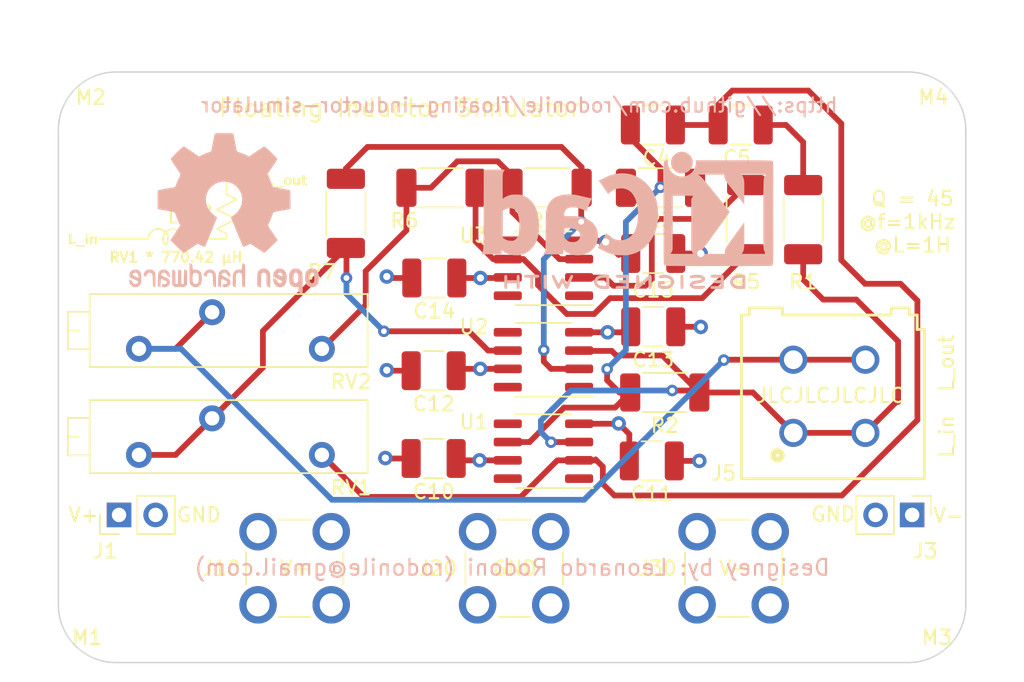
<source format=kicad_pcb>
(kicad_pcb (version 20211014) (generator pcbnew)
  (layers (0 "F.Cu" signal) (1 "In1.Cu" power "GND.Cu") (2 "In2.Cu" power "PWR.Cu") (31 "B.Cu" signal) (34 "B.Paste" user) (35 "F.Paste" user) (36 "B.SilkS" user "B.Silkscreen") (37 "F.SilkS" user "F.Silkscreen") (38 "B.Mask" user) (39 "F.Mask" user) (44 "Edge.Cuts" user))
  (net 0 "")
  (net 1 "+12V")
  (net 2 "GND")
  (net 3 "-12V")
  (net 4 "Net-(C4-Pad1)")
  (net 5 "Net-(C4-Pad2)")
  (net 6 "Net-(C5-Pad1)")
  (net 7 "/L_in")
  (net 8 "/L_out")
  (net 9 "Net-(R3-Pad2)")
  (net 10 "Net-(R4-Pad1)")
  (net 11 "Net-(R4-Pad2)")
  (net 12 "Net-(R5-Pad2)")
  (net 13 "Net-(R7-Pad1)")
  (footprint "Capacitor_SMD:C_1210_3225Metric_Pad1.33x2.70mm_HandSolder" (layer "F.Cu") (at 160.3 104.689)
    (fp_text reference "C13" (at 0 2.286) (layer "F.SilkS"))
    (fp_text value "100n")
    (pad "1" smd roundrect (at -1.5625 0) (size 1.325 2.7) (layers "F.Cu" "F.Paste" "F.Mask") (roundrect_rratio 0.1886792453) (net 3 "-12V"))
    (pad "2" smd roundrect (at 1.5625 0) (size 1.325 2.7) (layers "F.Cu" "F.Paste" "F.Mask") (roundrect_rratio 0.1886792453) (net 2 "GND"))
  )
  (footprint "Resistor_SMD:R_2010_5025Metric_Pad1.40x2.65mm_HandSolder" (layer "F.Cu") (at 170.7095 97.25 -90)
    (fp_text reference "R1" (at 4.318 0 180) (layer "F.SilkS"))
    (fp_text value "100")
    (pad "1" smd roundrect (at -2.4 0 270) (size 1.4 2.65) (layers "F.Cu" "F.Paste" "F.Mask") (roundrect_rratio 0.1785707143) (net 6 "Net-(C5-Pad1)"))
    (pad "2" smd roundrect (at 2.4 0 270) (size 1.4 2.65) (layers "F.Cu" "F.Paste" "F.Mask") (roundrect_rratio 0.1785707143) (net 7 "/L_in"))
  )
  (footprint "user_global_library:CalTest_CT3151_small" (layer "F.Cu") (at 148.1035 123.993 90)
    (fp_text reference "J20" (at 2.54 -2.7555 180) (layer "F.SilkS"))
    (fp_text value "Conn_01x01")
    (pad "1" thru_hole circle (at 5.08 5.08 90) (size 2.6 2.6) (drill 1.6) (layers *.Cu *.Mask) (net 2 "GND"))
    (pad "1" thru_hole circle (at 0 0 90) (size 2.6 2.6) (drill 1.6) (layers *.Cu *.Mask) (net 2 "GND"))
    (pad "1" thru_hole circle (at 5.08 0 90) (size 2.6 2.6) (drill 1.6) (layers *.Cu *.Mask) (net 2 "GND"))
    (pad "1" thru_hole circle (at 0 5.08 90) (size 2.6 2.6) (drill 1.6) (layers *.Cu *.Mask) (net 2 "GND"))
  )
  (footprint "MountingHole:MountingHole_3.5mm" (layer "F.Cu") (at 123 124)
    (fp_text reference "M1" (at -2 2.25) (layer "F.SilkS"))
    (fp_text value "MountingHole_3.5mm")
    (pad "" np_thru_hole circle (at 0 0) (size 3.5 3.5) (drill 3.5) (layers *.Cu *.Mask))
  )
  (footprint "user_global_library:Samtec_PinHeader_1x02" (layer "F.Cu") (at 178.275 117.75 -90)
    (fp_text reference "J3" (at 2.5 -0.9115) (layer "F.SilkS"))
    (fp_text value "Conn_01x02")
    (pad "1" thru_hole rect (at 0 0 270) (size 1.7 1.7) (drill 1) (layers *.Cu *.Mask) (net 3 "-12V"))
    (pad "2" thru_hole oval (at 0 2.54 270) (size 1.7 1.7) (drill 1) (layers *.Cu *.Mask) (net 2 "GND"))
  )
  (footprint "Capacitor_SMD:C_1210_3225Metric_Pad1.33x2.70mm_HandSolder" (layer "F.Cu") (at 160.2 114)
    (fp_text reference "C11" (at 0 2.286) (layer "F.SilkS"))
    (fp_text value "100n")
    (pad "1" smd roundrect (at -1.5625 0) (size 1.325 2.7) (layers "F.Cu" "F.Paste" "F.Mask") (roundrect_rratio 0.1886792453) (net 3 "-12V"))
    (pad "2" smd roundrect (at 1.5625 0) (size 1.325 2.7) (layers "F.Cu" "F.Paste" "F.Mask") (roundrect_rratio 0.1886792453) (net 2 "GND"))
  )
  (footprint "user_global_library:Samtec_PinHeader_1x02" (layer "F.Cu") (at 123.21 117.75 90)
    (fp_text reference "J1" (at -2.5 -0.96 180) (layer "F.SilkS"))
    (fp_text value "Conn_01x02")
    (pad "1" thru_hole rect (at 0 0 90) (size 1.7 1.7) (drill 1) (layers *.Cu *.Mask) (net 1 "+12V"))
    (pad "2" thru_hole oval (at 0 2.54 90) (size 1.7 1.7) (drill 1) (layers *.Cu *.Mask) (net 2 "GND"))
  )
  (footprint "Capacitor_SMD:C_1210_3225Metric_Pad1.33x2.70mm_HandSolder" (layer "F.Cu") (at 166.37 90.678 180)
    (fp_text reference "C5" (at 0.254 -2.286 180) (layer "F.SilkS"))
    (fp_text value "1n")
    (pad "1" smd roundrect (at -1.5625 0 180) (size 1.325 2.7) (layers "F.Cu" "F.Paste" "F.Mask") (roundrect_rratio 0.1886792453) (net 6 "Net-(C5-Pad1)"))
    (pad "2" smd roundrect (at 1.5625 0 180) (size 1.325 2.7) (layers "F.Cu" "F.Paste" "F.Mask") (roundrect_rratio 0.1886792453) (net 5 "Net-(C4-Pad2)"))
  )
  (footprint "Resistor_SMD:R_2010_5025Metric_Pad1.40x2.65mm_HandSolder" (layer "F.Cu") (at 138.9595 96.815 90)
    (fp_text reference "R7" (at -4.064 -1.6715 180) (layer "F.SilkS"))
    (fp_text value "360")
    (pad "1" smd roundrect (at -2.4 0 90) (size 1.4 2.65) (layers "F.Cu" "F.Paste" "F.Mask") (roundrect_rratio 0.1785707143) (net 13 "Net-(R7-Pad1)"))
    (pad "2" smd roundrect (at 2.4 0 90) (size 1.4 2.65) (layers "F.Cu" "F.Paste" "F.Mask") (roundrect_rratio 0.1785707143) (net 10 "Net-(R4-Pad1)"))
  )
  (footprint "graphics:r_parasitic" (layer "F.Cu") (at 174.6 98.8)
    (fp_text reference "REF**" hide)
    (fp_text value "r_parasitic" hide)
  )
  (footprint "Resistor_SMD:R_2010_5025Metric_Pad1.40x2.65mm_HandSolder" (layer "F.Cu") (at 160.8035 95.037 180)
    (fp_text reference "R3" (at 0 -2.28) (layer "F.SilkS"))
    (fp_text value "4.3k")
    (pad "1" smd roundrect (at -2.4 0 180) (size 1.4 2.65) (layers "F.Cu" "F.Paste" "F.Mask") (roundrect_rratio 0.1785707143) (net 4 "Net-(C4-Pad1)"))
    (pad "2" smd roundrect (at 2.4 0 180) (size 1.4 2.65) (layers "F.Cu" "F.Paste" "F.Mask") (roundrect_rratio 0.1785707143) (net 9 "Net-(R3-Pad2)"))
  )
  (footprint "Capacitor_SMD:C_1210_3225Metric_Pad1.33x2.70mm_HandSolder" (layer "F.Cu") (at 145.0555 107.737 180)
    (fp_text reference "C12" (at 0 -2.3) (layer "F.SilkS"))
    (fp_text value "100n")
    (pad "1" smd roundrect (at -1.5625 0 180) (size 1.325 2.7) (layers "F.Cu" "F.Paste" "F.Mask") (roundrect_rratio 0.1886792453) (net 1 "+12V"))
    (pad "2" smd roundrect (at 1.5625 0 180) (size 1.325 2.7) (layers "F.Cu" "F.Paste" "F.Mask") (roundrect_rratio 0.1886792453) (net 2 "GND"))
  )
  (footprint "graphics:floating_ind_diagram17x7-2" (layer "F.Cu") (at 128 97.2)
    (fp_text reference "G***" hide)
    (fp_text value "LOGO" hide)
    (fp_text user "RV2" (at 4.8 -0.53 unlocked) (layer "F.SilkS") (effects (font (size 0.7 0.7))))
    (fp_text user "RV1 * 770.42 µH" (at -0.83 2.66 unlocked) (layer "F.SilkS") (effects (font (size 0.7 0.7))))
    (fp_text user "R" (at 1.31 -0.55) (layer "F.SilkS") (effects (font (size 0.7 0.7))))
    (fp_text user "L" (at -1.07 -0.06 unlocked) (layer "F.SilkS") (effects (font (size 0.7 0.7))))
  )
  (footprint "MountingHole:MountingHole_3.5mm" (layer "F.Cu") (at 123 91)
    (fp_text reference "M2" (at -1.75 -2.25) (layer "F.SilkS"))
    (fp_text value "MountingHole_3.5mm")
    (pad "" np_thru_hole circle (at 0 0) (size 3.5 3.5) (drill 3.5) (layers *.Cu *.Mask))
  )
  (footprint "Capacitor_SMD:C_1210_3225Metric_Pad1.33x2.70mm_HandSolder" (layer "F.Cu") (at 160.274 90.678)
    (fp_text reference "C4" (at 0.254 2.286 180) (layer "F.SilkS"))
    (fp_text value "15n")
    (pad "1" smd roundrect (at -1.5625 0) (size 1.325 2.7) (layers "F.Cu" "F.Paste" "F.Mask") (roundrect_rratio 0.1886792453) (net 4 "Net-(C4-Pad1)"))
    (pad "2" smd roundrect (at 1.5625 0) (size 1.325 2.7) (layers "F.Cu" "F.Paste" "F.Mask") (roundrect_rratio 0.1886792453) (net 5 "Net-(C4-Pad2)"))
  )
  (footprint "MountingHole:MountingHole_3.5mm" (layer "F.Cu") (at 178 91)
    (fp_text reference "M4" (at 1.75 -2.25) (layer "F.SilkS"))
    (fp_text value "MountingHole_3.5mm")
    (pad "" np_thru_hole circle (at 0 0) (size 3.5 3.5) (drill 3.5) (layers *.Cu *.Mask))
  )
  (footprint "MountingHole:MountingHole_3.5mm" (layer "F.Cu") (at 178 124)
    (fp_text reference "M3" (at 2 2.25) (layer "F.SilkS"))
    (fp_text value "MountingHole_3.5mm")
    (pad "" np_thru_hole circle (at 0 0) (size 3.5 3.5) (drill 3.5) (layers *.Cu *.Mask))
  )
  (footprint "Potentiometer_THT:Potentiometer_Bourns_3006P_Horizontal" (layer "F.Cu") (at 137.2945 113.584)
    (fp_text reference "RV1" (at 2.032 2.281) (layer "F.SilkS"))
    (fp_text value "R_Potentiometer_Trim")
    (pad "1" thru_hole circle (at 0 0) (size 1.8 1.8) (drill 1) (layers *.Cu *.Mask) (net 5 "Net-(C4-Pad2)"))
    (pad "2" thru_hole circle (at -7.62 -2.54) (size 1.8 1.8) (drill 1) (layers *.Cu *.Mask) (net 13 "Net-(R7-Pad1)"))
    (pad "3" thru_hole circle (at -12.7 0) (size 1.8 1.8) (drill 1) (layers *.Cu *.Mask) (net 13 "Net-(R7-Pad1)"))
  )
  (footprint "Resistor_SMD:R_2010_5025Metric_Pad1.40x2.65mm_HandSolder" (layer "F.Cu") (at 161.1 109.25)
    (fp_text reference "R2" (at 0 2.286) (layer "F.SilkS"))
    (fp_text value "4.3k")
    (pad "1" smd roundrect (at -2.4 0) (size 1.4 2.65) (layers "F.Cu" "F.Paste" "F.Mask") (roundrect_rratio 0.1785707143) (net 4 "Net-(C4-Pad1)"))
    (pad "2" smd roundrect (at 2.4 0) (size 1.4 2.65) (layers "F.Cu" "F.Paste" "F.Mask") (roundrect_rratio 0.1785707143) (net 7 "/L_in"))
  )
  (footprint "Potentiometer_THT:Potentiometer_Bourns_3006P_Horizontal" (layer "F.Cu") (at 137.2945 106.218)
    (fp_text reference "RV2" (at 2.032 2.286) (layer "F.SilkS"))
    (fp_text value "R_Potentiometer_Trim")
    (pad "1" thru_hole circle (at 0 0) (size 1.8 1.8) (drill 1) (layers *.Cu *.Mask) (net 11 "Net-(R4-Pad2)"))
    (pad "2" thru_hole circle (at -7.62 -2.54) (size 1.8 1.8) (drill 1) (layers *.Cu *.Mask) (net 8 "/L_out"))
    (pad "3" thru_hole circle (at -12.7 0) (size 1.8 1.8) (drill 1) (layers *.Cu *.Mask) (net 8 "/L_out"))
  )
  (footprint "Capacitor_SMD:C_1210_3225Metric_Pad1.33x2.70mm_HandSolder" (layer "F.Cu") (at 145.1 101.3 180)
    (fp_text reference "C14" (at 0 -2.3) (layer "F.SilkS"))
    (fp_text value "100n")
    (pad "1" smd roundrect (at -1.5625 0 180) (size 1.325 2.7) (layers "F.Cu" "F.Paste" "F.Mask") (roundrect_rratio 0.1886792453) (net 1 "+12V"))
    (pad "2" smd roundrect (at 1.5625 0 180) (size 1.325 2.7) (layers "F.Cu" "F.Paste" "F.Mask") (roundrect_rratio 0.1886792453) (net 2 "GND"))
  )
  (footprint "Package_SO:SOIC-8_3.9x4.9mm_P1.27mm" (layer "F.Cu") (at 152.6755 100.625 180)
    (fp_text reference "U3" (at 4.826 2.286) (layer "F.SilkS"))
    (fp_text value "ADA4627")
    (pad "1" smd roundrect (at -2.475 -1.905 180) (size 1.95 0.6) (layers "F.Cu" "F.Paste" "F.Mask"))
    (pad "2" smd roundrect (at -2.475 -0.635 180) (size 1.95 0.6) (layers "F.Cu" "F.Paste" "F.Mask") (net 9 "Net-(R3-Pad2)"))
    (pad "3" smd roundrect (at -2.475 0.635 180) (size 1.95 0.6) (layers "F.Cu" "F.Paste" "F.Mask") (net 11 "Net-(R4-Pad2)"))
    (pad "4" smd roundrect (at -2.475 1.905 180) (size 1.95 0.6) (layers "F.Cu" "F.Paste" "F.Mask") (net 3 "-12V"))
    (pad "5" smd roundrect (at 2.475 1.905 180) (size 1.95 0.6) (layers "F.Cu" "F.Paste" "F.Mask"))
    (pad "6" smd roundrect (at 2.475 0.635 180) (size 1.95 0.6) (layers "F.Cu" "F.Paste" "F.Mask") (net 12 "Net-(R5-Pad2)"))
    (pad "7" smd roundrect (at 2.475 -0.635 180) (size 1.95 0.6) (layers "F.Cu" "F.Paste" "F.Mask") (net 1 "+12V"))
    (pad "8" smd roundrect (at 2.475 -1.905 180) (size 1.95 0.6) (layers "F.Cu" "F.Paste" "F.Mask"))
  )
  (footprint "Resistor_SMD:R_2010_5025Metric_Pad1.40x2.65mm_HandSolder" (layer "F.Cu") (at 145.5635 95.037 180)
    (fp_text reference "R6" (at 2.54 -2.286) (layer "F.SilkS"))
    (fp_text value "1k")
    (pad "1" smd roundrect (at -2.4 0 180) (size 1.4 2.65) (layers "F.Cu" "F.Paste" "F.Mask") (roundrect_rratio 0.1785707143) (net 12 "Net-(R5-Pad2)"))
    (pad "2" smd roundrect (at 2.4 0 180) (size 1.4 2.65) (layers "F.Cu" "F.Paste" "F.Mask") (roundrect_rratio 0.1785707143) (net 11 "Net-(R4-Pad2)"))
  )
  (footprint "Resistor_SMD:R_2010_5025Metric_Pad1.40x2.65mm_HandSolder" (layer "F.Cu") (at 152.9295 95.037 180)
    (fp_text reference "R4" (at 0.254 -2.286) (layer "F.SilkS"))
    (fp_text value "4.3k")
    (pad "1" smd roundrect (at -2.4 0 180) (size 1.4 2.65) (layers "F.Cu" "F.Paste" "F.Mask") (roundrect_rratio 0.1785707143) (net 10 "Net-(R4-Pad1)"))
    (pad "2" smd roundrect (at 2.4 0 180) (size 1.4 2.65) (layers "F.Cu" "F.Paste" "F.Mask") (roundrect_rratio 0.1785707143) (net 11 "Net-(R4-Pad2)"))
  )
  (footprint "Package_SO:SOIC-8_3.9x4.9mm_P1.27mm" (layer "F.Cu") (at 152.6755 106.975 180)
    (fp_text reference "U2" (at 4.826 2.286) (layer "F.SilkS"))
    (fp_text value "ADA4627")
    (pad "1" smd roundrect (at -2.475 -1.905 180) (size 1.95 0.6) (layers "F.Cu" "F.Paste" "F.Mask"))
    (pad "2" smd roundrect (at -2.475 -0.635 180) (size 1.95 0.6) (layers "F.Cu" "F.Paste" "F.Mask") (net 10 "Net-(R4-Pad1)"))
    (pad "3" smd roundrect (at -2.475 0.635 180) (size 1.95 0.6) (layers "F.Cu" "F.Paste" "F.Mask") (net 7 "/L_in"))
    (pad "4" smd roundrect (at -2.475 1.905 180) (size 1.95 0.6) (layers "F.Cu" "F.Paste" "F.Mask") (net 3 "-12V"))
    (pad "5" smd roundrect (at 2.475 1.905 180) (size 1.95 0.6) (layers "F.Cu" "F.Paste" "F.Mask"))
    (pad "6" smd roundrect (at 2.475 0.635 180) (size 1.95 0.6) (layers "F.Cu" "F.Paste" "F.Mask") (net 13 "Net-(R7-Pad1)"))
    (pad "7" smd roundrect (at 2.475 -0.635 180) (size 1.95 0.6) (layers "F.Cu" "F.Paste" "F.Mask") (net 1 "+12V"))
    (pad "8" smd roundrect (at 2.475 -1.905 180) (size 1.95 0.6) (layers "F.Cu" "F.Paste" "F.Mask"))
  )
  (footprint "graphics:r_parasitic" (layer "F.Cu") (at 174.7 98.3)
    (fp_text reference "REF**" hide)
    (fp_text value "r_parasitic" hide)
  )
  (footprint "Package_SO:SOIC-8_3.9x4.9mm_P1.27mm" (layer "F.Cu") (at 152.6755 113.325 180)
    (fp_text reference "U1" (at 4.826 2.032) (layer "F.SilkS"))
    (fp_text value "ADA4627")
    (pad "1" smd roundrect (at -2.475 -1.905 180) (size 1.95 0.6) (layers "F.Cu" "F.Paste" "F.Mask"))
    (pad "2" smd roundrect (at -2.475 -0.635 180) (size 1.95 0.6) (layers "F.Cu" "F.Paste" "F.Mask") (net 5 "Net-(C4-Pad2)"))
    (pad "3" smd roundrect (at -2.475 0.635 180) (size 1.95 0.6) (layers "F.Cu" "F.Paste" "F.Mask") (net 7 "/L_in"))
    (pad "4" smd roundrect (at -2.475 1.905 180) (size 1.95 0.6) (layers "F.Cu" "F.Paste" "F.Mask") (net 3 "-12V"))
    (pad "5" smd roundrect (at 2.475 1.905 180) (size 1.95 0.6) (layers "F.Cu" "F.Paste" "F.Mask"))
    (pad "6" smd roundrect (at 2.475 0.635 180) (size 1.95 0.6) (layers "F.Cu" "F.Paste" "F.Mask") (net 4 "Net-(C4-Pad1)"))
    (pad "7" smd roundrect (at 2.475 -0.635 180) (size 1.95 0.6) (layers "F.Cu" "F.Paste" "F.Mask") (net 1 "+12V"))
    (pad "8" smd roundrect (at 2.475 -1.905 180) (size 1.95 0.6) (layers "F.Cu" "F.Paste" "F.Mask"))
  )
  (footprint "Capacitor_SMD:C_1210_3225Metric_Pad1.33x2.70mm_HandSolder" (layer "F.Cu") (at 145.0555 113.833 180)
    (fp_text reference "C10" (at 0 -2.3) (layer "F.SilkS"))
    (fp_text value "100n")
    (pad "1" smd roundrect (at -1.5625 0 180) (size 1.325 2.7) (layers "F.Cu" "F.Paste" "F.Mask") (roundrect_rratio 0.1886792453) (net 1 "+12V"))
    (pad "2" smd roundrect (at 1.5625 0 180) (size 1.325 2.7) (layers "F.Cu" "F.Paste" "F.Mask") (roundrect_rratio 0.1886792453) (net 2 "GND"))
  )
  (footprint "user_global_library:CalTest_CT3151_small" (layer "F.Cu") (at 163.3435 123.993 90)
    (fp_text reference "J30" (at 2.54 -2.7555 180) (layer "F.SilkS"))
    (fp_text value "Conn_01x01")
    (pad "1" thru_hole circle (at 0 5.08 90) (size 2.6 2.6) (drill 1.6) (layers *.Cu *.Mask) (net 3 "-12V"))
    (pad "1" thru_hole circle (at 5.08 5.08 90) (size 2.6 2.6) (drill 1.6) (layers *.Cu *.Mask) (net 3 "-12V"))
    (pad "1" thru_hole circle (at 0 0 90) (size 2.6 2.6) (drill 1.6) (layers *.Cu *.Mask) (net 3 "-12V"))
    (pad "1" thru_hole circle (at 5.08 0 90) (size 2.6 2.6) (drill 1.6) (layers *.Cu *.Mask) (net 3 "-12V"))
  )
  (footprint "Capacitor_SMD:C_1210_3225Metric_Pad1.33x2.70mm_HandSolder" (layer "F.Cu") (at 160.3 99.6)
    (fp_text reference "C15" (at 0 2.54) (layer "F.SilkS"))
    (fp_text value "100n")
    (pad "1" smd roundrect (at -1.5625 0) (size 1.325 2.7) (layers "F.Cu" "F.Paste" "F.Mask") (roundrect_rratio 0.1886792453) (net 3 "-12V"))
    (pad "2" smd roundrect (at 1.5625 0) (size 1.325 2.7) (layers "F.Cu" "F.Paste" "F.Mask") (roundrect_rratio 0.1886792453) (net 2 "GND"))
  )
  (footprint "wurth_691411510002:691411510002" (layer "F.Cu") (at 172.526 109.515 90)
    (property "VALUE" "691411510002")
    (fp_text reference "J5" (at -5.334 -7.3275 180) (layer "F.SilkS"))
    (fp_text value "691411510002")
    (pad "1" thru_hole circle (at -2.54 -2.5 90) (size 1.95 1.95) (drill 1.3) (layers *.Cu *.Mask) (net 7 "/L_in"))
    (pad "2" thru_hole circle (at 2.54 -2.5 90) (size 1.95 1.95) (drill 1.3) (layers *.Cu *.Mask) (net 8 "/L_out"))
    (pad "A1" thru_hole circle (at -2.54 2.5 90) (size 1.95 1.95) (drill 1.3) (layers *.Cu *.Mask) (net 7 "/L_in"))
    (pad "A2" thru_hole circle (at 2.54 2.5 90) (size 1.95 1.95) (drill 1.3) (layers *.Cu *.Mask) (net 8 "/L_out"))
  )
  (footprint "user_global_library:CalTest_CT3151_small" (layer "F.Cu") (at 132.8635 123.993 90)
    (fp_text reference "J10" (at 2.54 -2.54 180) (layer "F.SilkS"))
    (fp_text value "Conn_01x01")
    (pad "1" thru_hole circle (at 0 0 90) (size 2.6 2.6) (drill 1.6) (layers *.Cu *.Mask) (net 1 "+12V"))
    (pad "1" thru_hole circle (at 0 5.08 90) (size 2.6 2.6) (drill 1.6) (layers *.Cu *.Mask) (net 1 "+12V"))
    (pad "1" thru_hole circle (at 5.08 5.08 90) (size 2.6 2.6) (drill 1.6) (layers *.Cu *.Mask) (net 1 "+12V"))
    (pad "1" thru_hole circle (at 5.08 0 90) (size 2.6 2.6) (drill 1.6) (layers *.Cu *.Mask) (net 1 "+12V"))
  )
  (footprint "Resistor_SMD:R_2010_5025Metric_Pad1.40x2.65mm_HandSolder" (layer "F.Cu") (at 166.75 97.25 -90)
    (fp_text reference "R5" (at 4.318 0 180) (layer "F.SilkS"))
    (fp_text value "1k")
    (pad "1" smd roundrect (at -2.4 0 270) (size 1.4 2.65) (layers "F.Cu" "F.Paste" "F.Mask") (roundrect_rratio 0.1785707143) (net 9 "Net-(R3-Pad2)"))
    (pad "2" smd roundrect (at 2.4 0 270) (size 1.4 2.65) (layers "F.Cu" "F.Paste" "F.Mask") (roundrect_rratio 0.1785707143) (net 12 "Net-(R5-Pad2)"))
  )
  (footprint "Symbol:KiCad-Logo2_8mm_SilkScreen" (layer "B.Cu") (at 158.509893 96.476424 180)
    (fp_text reference "REF**" hide)
    (fp_text value "KiCad-Logo2_8mm_SilkScreen" hide)
  )
  (footprint "Symbol:OSHW-Logo2_14.6x12mm_SilkScreen" (layer "B.Cu") (at 130.5 96.8 180)
    (fp_text reference "REF**" hide)
    (fp_text value "OSHW-Logo2_14.6x12mm_SilkScreen" hide)
  )
  (gr_arc (start 123 128) (mid 120.171573 126.828427) (end 119 124) (layer "Edge.Cuts") (width 0.1))
  (gr_line (start 123 87) (end 178 87) (layer "Edge.Cuts") (width 0.1))
  (gr_arc (start 178 87) (mid 180.828427 88.171573) (end 182 91) (layer "Edge.Cuts") (width 0.1))
  (gr_line (start 178 128) (end 123 128) (layer "Edge.Cuts") (width 0.1))
  (gr_line (start 119 124) (end 119 91) (layer "Edge.Cuts") (width 0.1))
  (gr_arc (start 119 91) (mid 120.171573 88.171573) (end 123 87) (layer "Edge.Cuts") (width 0.1))
  (gr_arc (start 182 124) (mid 180.828427 126.828427) (end 178 128) (layer "Edge.Cuts") (width 0.1))
  (gr_line (start 182 91) (end 182 124) (layer "Edge.Cuts") (width 0.1))
  (gr_text "Designey by: Leonardo Rodoni (rodonile@gmail.com)" (at 150.5 121.4) (layer "B.SilkS") (effects (font (size 1.1 1.1)) (justify mirror)))
  (gr_text "https://github.com/rodonile/floating-inductor-simulator" (at 151 89.3) (layer "B.SilkS") (effects (font (size 1 1)) (justify mirror)))
  (gr_text "JLCJLCJLCJLC" (at 172.594 109.458) (layer "F.SilkS") (effects (font (size 1 1))))
  (gr_text "GND" (at 128.75 117.75) (layer "F.SilkS") (effects (font (size 1 1))))
  (gr_text "L_out" (at 180.654 107.229 90) (layer "F.SilkS") (effects (font (size 1 1))))
  (gr_text "L_in" (at 180.654 112.309 90) (layer "F.SilkS") (effects (font (size 1 1))))
  (gr_text "GND" (at 172.8 117.7) (layer "F.SilkS") (effects (font (size 1 1))))
  (gr_text "Q = 45\n@f=1kHz \n@L=1H\n" (at 178.3 97.4) (layer "F.SilkS") (effects (font (size 1 1))))
  (gr_text "V+" (at 135.442 121.453) (layer "F.SilkS") (effects (font (size 1 1))))
  (gr_text "V-\n" (at 165.922 121.453) (layer "F.SilkS") (effects (font (size 1 1))))
  (gr_text "V+" (at 120.75 117.75) (layer "F.SilkS") (effects (font (size 1 1))))
  (gr_text "Floating Inductor Simulator" (at 142.7 89.5) (layer "F.SilkS") (effects (font (size 1.2 1.2))))
  (gr_text "V-\n" (at 180.8 117.8) (layer "F.SilkS") (effects (font (size 1 1))))
  (gr_text "GND" (at 150.682 121.453) (layer "F.SilkS") (effects (font (size 1 1))))
  (segment (start 146.745 113.96) (end 146.618 113.833) (width 0.3) (layer "F.Cu") (net 1))
  (segment (start 148.24 113.96) (end 146.745 113.96) (width 0.4) (layer "F.Cu") (net 1))
  (segment (start 148.29 107.61) (end 146.745 107.61) (width 0.4) (layer "F.Cu") (net 1))
  (segment (start 150.2005 113.96) (end 148.24 113.96) (width 0.4) (layer "F.Cu") (net 1))
  (segment (start 150.2005 107.61) (end 148.29 107.61) (width 0.4) (layer "F.Cu") (net 1))
  (segment (start 148.3 101.3) (end 150.1605 101.3) (width 0.4) (layer "F.Cu") (net 1))
  (segment (start 146.745 107.61) (end 146.618 107.737) (width 0.3) (layer "F.Cu") (net 1))
  (segment (start 146.6625 101.3) (end 148.3 101.3) (width 0.4) (layer "F.Cu") (net 1))
  (segment (start 150.1605 101.3) (end 150.2005 101.26) (width 0.3) (layer "F.Cu") (net 1))
  (via (at 148.24 113.96) (size 1) (drill 0.5) (layers "F.Cu" "B.Cu") (net 1))
  (via (at 148.3 101.3) (size 1) (drill 0.5) (layers "F.Cu" "B.Cu") (net 1))
  (via (at 148.29 107.61) (size 1) (drill 0.5) (layers "F.Cu" "B.Cu") (net 1))
  (segment (start 141.837 107.737) (end 141.8 107.7) (width 0.3) (layer "F.Cu") (net 2))
  (segment (start 143.493 113.833) (end 141.733 113.833) (width 0.4) (layer "F.Cu") (net 2))
  (segment (start 141.9 101.3) (end 141.8 101.2) (width 0.3) (layer "F.Cu") (net 2))
  (segment (start 143.5375 101.3) (end 141.9 101.3) (width 0.4) (layer "F.Cu") (net 2))
  (segment (start 143.493 107.737) (end 141.837 107.737) (width 0.4) (layer "F.Cu") (net 2))
  (segment (start 161.7625 114) (end 163.5 114) (width 0.4) (layer "F.Cu") (net 2))
  (segment (start 163.589 104.689) (end 163.6 104.7) (width 0.3) (layer "F.Cu") (net 2))
  (segment (start 141.733 113.833) (end 141.7 113.8) (width 0.3) (layer "F.Cu") (net 2))
  (segment (start 161.8625 99.6) (end 163.6 99.6) (width 0.4) (layer "F.Cu") (net 2))
  (segment (start 161.8625 104.689) (end 163.589 104.689) (width 0.4) (layer "F.Cu") (net 2))
  (via (at 163.6 99.6) (size 1) (drill 0.5) (layers "F.Cu" "B.Cu") (net 2))
  (via (at 163.5 114) (size 1) (drill 0.5) (layers "F.Cu" "B.Cu") (net 2))
  (via (at 141.8 107.7) (size 1) (drill 0.5) (layers "F.Cu" "B.Cu") (net 2))
  (via (at 163.6 104.7) (size 1) (drill 0.5) (layers "F.Cu" "B.Cu") (net 2))
  (via (at 141.8 101.2) (size 1) (drill 0.5) (layers "F.Cu" "B.Cu") (net 2))
  (via (at 141.7 113.8) (size 1) (drill 0.5) (layers "F.Cu" "B.Cu") (net 2))
  (segment (start 157.9 111.4) (end 157.88 111.42) (width 0.4) (layer "F.Cu") (net 3))
  (segment (start 155.1505 105.07) (end 157.13 105.07) (width 0.4) (layer "F.Cu") (net 3))
  (segment (start 157.13 105.07) (end 158.0565 105.07) (width 0.4) (layer "F.Cu") (net 3))
  (segment (start 157.9 111.4) (end 158.6375 112.1375) (width 0.4) (layer "F.Cu") (net 3))
  (segment (start 156.92 98.72) (end 157 98.8) (width 0.3) (layer "F.Cu") (net 3))
  (segment (start 158.0565 105.07) (end 158.4375 104.689) (width 0.3) (layer "F.Cu") (net 3))
  (segment (start 155.1505 98.72) (end 156.92 98.72) (width 0.4) (layer "F.Cu") (net 3))
  (segment (start 157 98.8) (end 157.9 99.7) (width 0.4) (layer "F.Cu") (net 3))
  (segment (start 157.9 99.7) (end 158.6375 99.7) (width 0.3) (layer "F.Cu") (net 3))
  (segment (start 158.6375 112.1375) (end 158.6375 114) (width 0.4) (layer "F.Cu") (net 3))
  (segment (start 158.6375 99.7) (end 158.7375 99.6) (width 0.3) (layer "F.Cu") (net 3))
  (segment (start 157.88 111.42) (end 155.1505 111.42) (width 0.4) (layer "F.Cu") (net 3))
  (via (at 157 98.8) (size 1) (drill 0.5) (layers "F.Cu" "B.Cu") (net 3))
  (via (at 157.13 105.07) (size 1) (drill 0.5) (layers "F.Cu" "B.Cu") (net 3))
  (via (at 157.9 111.4) (size 1) (drill 0.5) (layers "F.Cu" "B.Cu") (net 3))
  (segment (start 151.71 112.69) (end 154.1 110.3) (width 0.4) (layer "F.Cu") (net 4))
  (segment (start 157.09754 108.39754) (end 157.95 109.25) (width 0.4) (layer "F.Cu") (net 4))
  (segment (start 154.1 110.3) (end 157.65 110.3) (width 0.4) (layer "F.Cu") (net 4))
  (segment (start 150.2005 112.69) (end 151.71 112.69) (width 0.4) (layer "F.Cu") (net 4))
  (segment (start 163.2035 95.037) (end 160.837 95.037) (width 0.4) (layer "F.Cu") (net 4))
  (segment (start 157.09754 107.617219) (end 157.09754 108.39754) (width 0.4) (layer "F.Cu") (net 4))
  (segment (start 157.95 109.25) (end 158.7 109.25) (width 0.4) (layer "F.Cu") (net 4))
  (segment (start 158.7115 91.5793) (end 160.8 93.6678) (width 0.4) (layer "F.Cu") (net 4))
  (segment (start 158.7115 90.678) (end 158.7115 91.5793) (width 0.4) (layer "F.Cu") (net 4))
  (segment (start 157.65 110.3) (end 158.7 109.25) (width 0.4) (layer "F.Cu") (net 4))
  (segment (start 160.837 95.037) (end 160.8 95) (width 0.4) (layer "F.Cu") (net 4))
  (segment (start 160.8 93.6678) (end 160.8 95) (width 0.4) (layer "F.Cu") (net 4))
  (via (at 160.8 95) (size 0.8) (drill 0.4) (layers "F.Cu" "B.Cu") (net 4))
  (via (at 157.09754 107.617219) (size 0.8) (drill 0.4) (layers "F.Cu" "B.Cu") (net 4))
  (segment (start 158.4 106.3) (end 157.09754 107.60246) (width 0.4) (layer "B.Cu") (net 4))
  (segment (start 160.8 95) (end 158.4 97.4) (width 0.4) (layer "B.Cu") (net 4))
  (segment (start 158.4 97.4) (end 158.4 106.3) (width 0.4) (layer "B.Cu") (net 4))
  (segment (start 157.09754 107.60246) (end 157.09754 107.617219) (width 0.4) (layer "B.Cu") (net 4))
  (segment (start 137.2945 113.584) (end 140.2105 116.5) (width 0.4) (layer "F.Cu") (net 5))
  (segment (start 177.4698 101.7016) (end 178.6382 102.87) (width 0.4) (layer "F.Cu") (net 5))
  (segment (start 153.64 113.96) (end 155.1505 113.96) (width 0.4) (layer "F.Cu") (net 5))
  (segment (start 156.8 115.6) (end 156.8 114.4) (width 0.4) (layer "F.Cu") (net 5))
  (segment (start 156.24 113.96) (end 155.1505 113.96) (width 0.4) (layer "F.Cu") (net 5))
  (segment (start 156.3 113.9) (end 156.24 113.96) (width 0.4) (layer "F.Cu") (net 5))
  (segment (start 165.7858 88.2904) (end 171.069 88.2904) (width 0.4) (layer "F.Cu") (net 5))
  (segment (start 164.8075 90.678) (end 164.8075 89.2687) (width 0.4) (layer "F.Cu") (net 5))
  (segment (start 157.6 116.4) (end 156.8 115.6) (width 0.4) (layer "F.Cu") (net 5))
  (segment (start 171.069 88.2904) (end 173.355 90.5764) (width 0.4) (layer "F.Cu") (net 5))
  (segment (start 173.355 90.5764) (end 173.355 100.0506) (width 0.4) (layer "F.Cu") (net 5))
  (segment (start 178.6382 111.1618) (end 173.4 116.4) (width 0.4) (layer "F.Cu") (net 5))
  (segment (start 178.6382 102.87) (end 178.6382 111.1618) (width 0.4) (layer "F.Cu") (net 5))
  (segment (start 151.1 116.5) (end 153.64 113.96) (width 0.4) (layer "F.Cu") (net 5))
  (segment (start 140.2105 116.5) (end 151.1 116.5) (width 0.4) (layer "F.Cu") (net 5))
  (segment (start 173.355 100.0506) (end 175.006 101.7016) (width 0.4) (layer "F.Cu") (net 5))
  (segment (start 175.006 101.7016) (end 177.4698 101.7016) (width 0.4) (layer "F.Cu") (net 5))
  (segment (start 156.8 114.4) (end 156.3 113.9) (width 0.4) (layer "F.Cu") (net 5))
  (segment (start 173.4 116.4) (end 157.6 116.4) (width 0.4) (layer "F.Cu") (net 5))
  (segment (start 164.8075 89.2687) (end 165.7858 88.2904) (width 0.4) (layer "F.Cu") (net 5))
  (segment (start 161.8365 90.678) (end 164.8075 90.678) (width 0.4) (layer "F.Cu") (net 5))
  (segment (start 169.5196 90.678) (end 170.7095 91.8679) (width 0.4) (layer "F.Cu") (net 6))
  (segment (start 167.9325 90.678) (end 169.5196 90.678) (width 0.4) (layer "F.Cu") (net 6))
  (segment (start 170.7095 91.8679) (end 170.7095 94.85) (width 0.4) (layer "F.Cu") (net 6))
  (segment (start 170.7095 101.4095) (end 172.1 102.8) (width 0.4) (layer "F.Cu") (net 7))
  (segment (start 175.026 112.055) (end 177.181 109.9) (width 0.4) (layer "F.Cu") (net 7))
  (segment (start 170.026 112.055) (end 175.026 112.055) (width 0.4) (layer "F.Cu") (net 7))
  (segment (start 161.612299 109.112299) (end 163.362299 109.112299) (width 0.4) (layer "F.Cu") (net 7))
  (segment (start 167.221 109.25) (end 170.026 112.055) (width 0.4) (layer "F.Cu") (net 7))
  (segment (start 157.734 106.68) (end 160.93 106.68) (width 0.4) (layer "F.Cu") (net 7))
  (segment (start 160.93 106.68) (end 163.5 109.25) (width 0.4) (layer "F.Cu") (net 7))
  (segment (start 155.1505 106.34) (end 155.17402 106.36352) (width 0.4) (layer "F.Cu") (net 7))
  (segment (start 153.2 112.7) (end 153.21 112.69) (width 0.4) (layer "F.Cu") (net 7))
  (segment (start 172.1 102.8) (end 174.4 102.8) (width 0.4) (layer "F.Cu") (net 7))
  (segment (start 153.21 112.69) (end 155.1505 112.69) (width 0.4) (layer "F.Cu") (net 7))
  (segment (start 157.41752 106.36352) (end 157.734 106.68) (width 0.4) (layer "F.Cu") (net 7))
  (segment (start 174.4 102.8) (end 177.3 105.7) (width 0.4) (layer "F.Cu") (net 7))
  (segment (start 163.5 109.25) (end 167.221 109.25) (width 0.4) (layer "F.Cu") (net 7))
  (segment (start 170.7095 99.65) (end 170.7095 101.4095) (width 0.4) (layer "F.Cu") (net 7))
  (segment (start 163.362299 109.112299) (end 163.5 109.25) (width 0.25) (layer "F.Cu") (net 7))
  (segment (start 177.181 109.9) (end 177.3 109.9) (width 0.4) (layer "F.Cu") (net 7))
  (segment (start 177.3 105.7) (end 177.3 109.9) (width 0.4) (layer "F.Cu") (net 7))
  (segment (start 155.17402 106.36352) (end 157.41752 106.36352) (width 0.4) (layer "F.Cu") (net 7))
  (via (at 153.2 112.7) (size 0.8) (drill 0.4) (layers "F.Cu" "B.Cu") (net 7))
  (via (at 161.612299 109.112299) (size 0.8) (drill 0.4) (layers "F.Cu" "B.Cu") (net 7))
  (segment (start 152.5 111.2) (end 154.587701 109.112299) (width 0.4) (layer "B.Cu") (net 7))
  (segment (start 152.5 112) (end 152.5 111.2) (width 0.4) (layer "B.Cu") (net 7))
  (segment (start 153.2 112.7) (end 152.5 112) (width 0.4) (layer "B.Cu") (net 7))
  (segment (start 154.587701 109.112299) (end 161.612299 109.112299) (width 0.4) (layer "B.Cu") (net 7))
  (segment (start 170.026 106.975) (end 165.225 106.975) (width 0.4) (layer "F.Cu") (net 8))
  (segment (start 170.026 106.975) (end 175.026 106.975) (width 0.4) (layer "F.Cu") (net 8))
  (segment (start 165.225 106.975) (end 165.2 107) (width 0.25) (layer "F.Cu") (net 8))
  (segment (start 127.1345 106.218) (end 129.6745 103.678) (width 0.4) (layer "F.Cu") (net 8))
  (segment (start 124.5945 106.218) (end 127.1345 106.218) (width 0.4) (layer "F.Cu") (net 8))
  (via (at 165.2 107) (size 0.8) (drill 0.4) (layers "F.Cu" "B.Cu") (net 8))
  (segment (start 138 116.7) (end 127.518 106.218) (width 0.4) (layer "B.Cu") (net 8))
  (segment (start 165.2 107) (end 155.5 116.7) (width 0.4) (layer "B.Cu") (net 8))
  (segment (start 155.5 116.7) (end 138 116.7) (width 0.4) (layer "B.Cu") (net 8))
  (segment (start 127.518 106.218) (end 124.5945 106.218) (width 0.4) (layer "B.Cu") (net 8))
  (segment (start 166.75 94.85) (end 164.4 97.2) (width 0.4) (layer "F.Cu") (net 9))
  (segment (start 164.4 97.2) (end 160.5 97.2) (width 0.4) (layer "F.Cu") (net 9))
  (segment (start 158.4035 95.1035) (end 158.4035 95.037) (width 0.4) (layer "F.Cu") (net 9))
  (segment (start 159.762 101.838) (end 160.2 101.4) (width 0.4) (layer "F.Cu") (net 9))
  (segment (start 160.2 97.6) (end 160.6 97.2) (width 0.4) (layer "F.Cu") (net 9))
  (segment (start 160.2 101.4) (end 160.2 97.6) (width 0.4) (layer "F.Cu") (net 9))
  (segment (start 157.538 101.838) (end 159.762 101.838) (width 0.4) (layer "F.Cu") (net 9))
  (segment (start 156.97452 101.27452) (end 157.538 101.838) (width 0.4) (layer "F.Cu") (net 9))
  (segment (start 155.1505 101.26) (end 155.16502 101.27452) (width 0.4) (layer "F.Cu") (net 9))
  (segment (start 160.5 97.2) (end 158.4035 95.1035) (width 0.4) (layer "F.Cu") (net 9))
  (segment (start 155.16502 101.27452) (end 156.97452 101.27452) (width 0.4) (layer "F.Cu") (net 9))
  (segment (start 153.924 92.202) (end 155.3295 93.6075) (width 0.4) (layer "F.Cu") (net 10))
  (segment (start 155.1505 107.61) (end 153.21 107.61) (width 0.4) (layer "F.Cu") (net 10))
  (segment (start 155.3295 93.6075) (end 155.3295 95.037) (width 0.4) (layer "F.Cu") (net 10))
  (segment (start 138.9595 93.7045) (end 140.462 92.202) (width 0.4) (layer "F.Cu") (net 10))
  (segment (start 152.7 107.1) (end 152.7 106.3) (width 0.4) (layer "F.Cu") (net 10))
  (segment (start 153.21 107.61) (end 152.7 107.1) (width 0.4) (layer "F.Cu") (net 10))
  (segment (start 155.3 97.4) (end 155.3 95.0665) (width 0.4) (layer "F.Cu") (net 10))
  (segment (start 138.9595 94.415) (end 138.9595 93.7045) (width 0.4) (layer "F.Cu") (net 10))
  (segment (start 140.462 92.202) (end 153.924 92.202) (width 0.4) (layer "F.Cu") (net 10))
  (via (at 155.3 97.4) (size 0.8) (drill 0.4) (layers "F.Cu" "B.Cu") (net 10))
  (via (at 152.7 106.3) (size 0.8) (drill 0.4) (layers "F.Cu" "B.Cu") (net 10))
  (segment (start 152.7 100) (end 155.3 97.4) (width 0.4) (layer "B.Cu") (net 10))
  (segment (start 152.7 106.3) (end 152.7 100) (width 0.4) (layer "B.Cu") (net 10))
  (segment (start 143.1635 95.037) (end 144.863 95.037) (width 0.4) (layer "F.Cu") (net 11))
  (segment (start 153.79 99.99) (end 150.5295 96.7295) (width 0.4) (layer "F.Cu") (net 11))
  (segment (start 149.5 93.2) (end 150.5295 94.2295) (width 0.4) (layer "F.Cu") (net 11))
  (segment (start 155.1505 99.99) (end 153.79 99.99) (width 0.4) (layer "F.Cu") (net 11))
  (segment (start 137.2945 106.218) (end 140.336 103.1765) (width 0.4) (layer "F.Cu") (net 11))
  (segment (start 144.863 95.037) (end 146.7 93.2) (width 0.4) (layer "F.Cu") (net 11))
  (segment (start 150.5295 96.7295) (end 150.5295 95.037) (width 0.4) (layer "F.Cu") (net 11))
  (segment (start 146.7 93.2) (end 149.5 93.2) (width 0.4) (layer "F.Cu") (net 11))
  (segment (start 140.336 100.822) (end 143.1635 97.9945) (width 0.4) (layer "F.Cu") (net 11))
  (segment (start 140.336 103.1765) (end 140.336 100.822) (width 0.4) (layer "F.Cu") (net 11))
  (segment (start 143.1635 97.9945) (end 143.1635 95.037) (width 0.4) (layer "F.Cu") (net 11))
  (segment (start 150.5295 94.2295) (end 150.5295 95.037) (width 0.4) (layer "F.Cu") (net 11))
  (segment (start 163.7 102.7) (end 157.3 102.7) (width 0.4) (layer "F.Cu") (net 12))
  (segment (start 151.29 99.99) (end 150.2005 99.99) (width 0.4) (layer "F.Cu") (net 12))
  (segment (start 147.9635 98.7635) (end 149.19 99.99) (width 0.4) (layer "F.Cu") (net 12))
  (segment (start 149.19 99.99) (end 150.2005 99.99) (width 0.4) (layer "F.Cu") (net 12))
  (segment (start 147.9635 95.037) (end 147.9635 98.7635) (width 0.4) (layer "F.Cu") (net 12))
  (segment (start 166.75 99.65) (end 163.7 102.7) (width 0.4) (layer "F.Cu") (net 12))
  (segment (start 152.3 101.8) (end 152.3 101) (width 0.4) (layer "F.Cu") (net 12))
  (segment (start 152.3 101) (end 151.29 99.99) (width 0.4) (layer "F.Cu") (net 12))
  (segment (start 154.3 103.8) (end 152.3 101.8) (width 0.4) (layer "F.Cu") (net 12))
  (segment (start 157.3 102.7) (end 156.2 103.8) (width 0.4) (layer "F.Cu") (net 12))
  (segment (start 156.2 103.8) (end 154.3 103.8) (width 0.4) (layer "F.Cu") (net 12))
  (segment (start 124.5945 113.584) (end 127.1345 113.584) (width 0.4) (layer "F.Cu") (net 13))
  (segment (start 139 99.2555) (end 138.9595 99.215) (width 0.25) (layer "F.Cu") (net 13))
  (segment (start 150.2005 106.34) (end 148.84 106.34) (width 0.4) (layer "F.Cu") (net 13))
  (segment (start 148.84 106.34) (end 147.5 105) (width 0.4) (layer "F.Cu") (net 13))
  (segment (start 129.6745 111.044) (end 133.2 107.5185) (width 0.4) (layer "F.Cu") (net 13))
  (segment (start 127.1345 113.584) (end 129.6745 111.044) (width 0.4) (layer "F.Cu") (net 13))
  (segment (start 133.2 107.5185) (end 133.2 104.9745) (width 0.4) (layer "F.Cu") (net 13))
  (segment (start 139 101.3) (end 139 99.2555) (width 0.4) (layer "F.Cu") (net 13))
  (segment (start 147.5 105) (end 141.6 105) (width 0.4) (layer "F.Cu") (net 13))
  (segment (start 133.2 104.9745) (end 138.9595 99.215) (width 0.4) (layer "F.Cu") (net 13))
  (via (at 139 101.3) (size 0.8) (drill 0.4) (layers "F.Cu" "B.Cu") (net 13))
  (via (at 141.6 105) (size 0.8) (drill 0.4) (layers "F.Cu" "B.Cu") (net 13))
  (segment (start 141.6 105) (end 139 102.4) (width 0.4) (layer "B.Cu") (net 13))
  (segment (start 139 102.4) (end 139 101.3) (width 0.4) (layer "B.Cu") (net 13))
)
</source>
